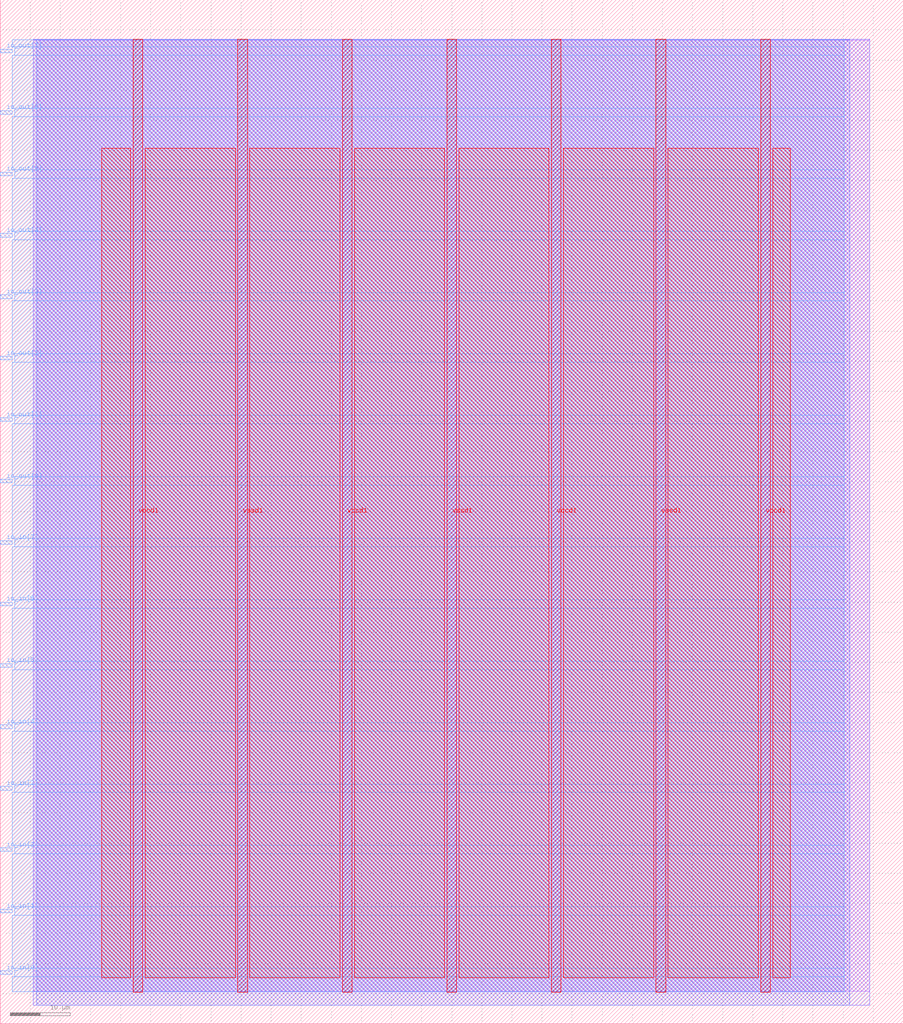
<source format=lef>
VERSION 5.7 ;
  NOWIREEXTENSIONATPIN ON ;
  DIVIDERCHAR "/" ;
  BUSBITCHARS "[]" ;
MACRO davidsiaw_stackcalc
  CLASS BLOCK ;
  FOREIGN davidsiaw_stackcalc ;
  ORIGIN 0.000 0.000 ;
  SIZE 150.000 BY 170.000 ;
  PIN io_in[0]
    DIRECTION INPUT ;
    USE SIGNAL ;
    PORT
      LAYER met3 ;
        RECT 0.000 8.200 2.000 8.800 ;
    END
  END io_in[0]
  PIN io_in[1]
    DIRECTION INPUT ;
    USE SIGNAL ;
    PORT
      LAYER met3 ;
        RECT 0.000 18.400 2.000 19.000 ;
    END
  END io_in[1]
  PIN io_in[2]
    DIRECTION INPUT ;
    USE SIGNAL ;
    PORT
      LAYER met3 ;
        RECT 0.000 28.600 2.000 29.200 ;
    END
  END io_in[2]
  PIN io_in[3]
    DIRECTION INPUT ;
    USE SIGNAL ;
    PORT
      LAYER met3 ;
        RECT 0.000 38.800 2.000 39.400 ;
    END
  END io_in[3]
  PIN io_in[4]
    DIRECTION INPUT ;
    USE SIGNAL ;
    PORT
      LAYER met3 ;
        RECT 0.000 49.000 2.000 49.600 ;
    END
  END io_in[4]
  PIN io_in[5]
    DIRECTION INPUT ;
    USE SIGNAL ;
    PORT
      LAYER met3 ;
        RECT 0.000 59.200 2.000 59.800 ;
    END
  END io_in[5]
  PIN io_in[6]
    DIRECTION INPUT ;
    USE SIGNAL ;
    PORT
      LAYER met3 ;
        RECT 0.000 69.400 2.000 70.000 ;
    END
  END io_in[6]
  PIN io_in[7]
    DIRECTION INPUT ;
    USE SIGNAL ;
    PORT
      LAYER met3 ;
        RECT 0.000 79.600 2.000 80.200 ;
    END
  END io_in[7]
  PIN io_out[0]
    DIRECTION OUTPUT TRISTATE ;
    USE SIGNAL ;
    PORT
      LAYER met3 ;
        RECT 0.000 89.800 2.000 90.400 ;
    END
  END io_out[0]
  PIN io_out[1]
    DIRECTION OUTPUT TRISTATE ;
    USE SIGNAL ;
    PORT
      LAYER met3 ;
        RECT 0.000 100.000 2.000 100.600 ;
    END
  END io_out[1]
  PIN io_out[2]
    DIRECTION OUTPUT TRISTATE ;
    USE SIGNAL ;
    PORT
      LAYER met3 ;
        RECT 0.000 110.200 2.000 110.800 ;
    END
  END io_out[2]
  PIN io_out[3]
    DIRECTION OUTPUT TRISTATE ;
    USE SIGNAL ;
    PORT
      LAYER met3 ;
        RECT 0.000 120.400 2.000 121.000 ;
    END
  END io_out[3]
  PIN io_out[4]
    DIRECTION OUTPUT TRISTATE ;
    USE SIGNAL ;
    PORT
      LAYER met3 ;
        RECT 0.000 130.600 2.000 131.200 ;
    END
  END io_out[4]
  PIN io_out[5]
    DIRECTION OUTPUT TRISTATE ;
    USE SIGNAL ;
    PORT
      LAYER met3 ;
        RECT 0.000 140.800 2.000 141.400 ;
    END
  END io_out[5]
  PIN io_out[6]
    DIRECTION OUTPUT TRISTATE ;
    USE SIGNAL ;
    PORT
      LAYER met3 ;
        RECT 0.000 151.000 2.000 151.600 ;
    END
  END io_out[6]
  PIN io_out[7]
    DIRECTION OUTPUT TRISTATE ;
    USE SIGNAL ;
    PORT
      LAYER met3 ;
        RECT 0.000 161.200 2.000 161.800 ;
    END
  END io_out[7]
  PIN vccd1
    DIRECTION INOUT ;
    USE POWER ;
    PORT
      LAYER met4 ;
        RECT 22.090 5.200 23.690 163.440 ;
    END
    PORT
      LAYER met4 ;
        RECT 56.830 5.200 58.430 163.440 ;
    END
    PORT
      LAYER met4 ;
        RECT 91.570 5.200 93.170 163.440 ;
    END
    PORT
      LAYER met4 ;
        RECT 126.310 5.200 127.910 163.440 ;
    END
  END vccd1
  PIN vssd1
    DIRECTION INOUT ;
    USE GROUND ;
    PORT
      LAYER met4 ;
        RECT 39.460 5.200 41.060 163.440 ;
    END
    PORT
      LAYER met4 ;
        RECT 74.200 5.200 75.800 163.440 ;
    END
    PORT
      LAYER met4 ;
        RECT 108.940 5.200 110.540 163.440 ;
    END
  END vssd1
  OBS
      LAYER li1 ;
        RECT 5.520 5.355 144.440 163.285 ;
      LAYER met1 ;
        RECT 5.520 3.100 144.440 163.440 ;
      LAYER met2 ;
        RECT 6.080 3.070 141.120 163.385 ;
      LAYER met3 ;
        RECT 2.000 162.200 140.235 163.365 ;
        RECT 2.400 160.800 140.235 162.200 ;
        RECT 2.000 152.000 140.235 160.800 ;
        RECT 2.400 150.600 140.235 152.000 ;
        RECT 2.000 141.800 140.235 150.600 ;
        RECT 2.400 140.400 140.235 141.800 ;
        RECT 2.000 131.600 140.235 140.400 ;
        RECT 2.400 130.200 140.235 131.600 ;
        RECT 2.000 121.400 140.235 130.200 ;
        RECT 2.400 120.000 140.235 121.400 ;
        RECT 2.000 111.200 140.235 120.000 ;
        RECT 2.400 109.800 140.235 111.200 ;
        RECT 2.000 101.000 140.235 109.800 ;
        RECT 2.400 99.600 140.235 101.000 ;
        RECT 2.000 90.800 140.235 99.600 ;
        RECT 2.400 89.400 140.235 90.800 ;
        RECT 2.000 80.600 140.235 89.400 ;
        RECT 2.400 79.200 140.235 80.600 ;
        RECT 2.000 70.400 140.235 79.200 ;
        RECT 2.400 69.000 140.235 70.400 ;
        RECT 2.000 60.200 140.235 69.000 ;
        RECT 2.400 58.800 140.235 60.200 ;
        RECT 2.000 50.000 140.235 58.800 ;
        RECT 2.400 48.600 140.235 50.000 ;
        RECT 2.000 39.800 140.235 48.600 ;
        RECT 2.400 38.400 140.235 39.800 ;
        RECT 2.000 29.600 140.235 38.400 ;
        RECT 2.400 28.200 140.235 29.600 ;
        RECT 2.000 19.400 140.235 28.200 ;
        RECT 2.400 18.000 140.235 19.400 ;
        RECT 2.000 9.200 140.235 18.000 ;
        RECT 2.400 7.800 140.235 9.200 ;
        RECT 2.000 5.275 140.235 7.800 ;
      LAYER met4 ;
        RECT 16.855 7.655 21.690 145.345 ;
        RECT 24.090 7.655 39.060 145.345 ;
        RECT 41.460 7.655 56.430 145.345 ;
        RECT 58.830 7.655 73.800 145.345 ;
        RECT 76.200 7.655 91.170 145.345 ;
        RECT 93.570 7.655 108.540 145.345 ;
        RECT 110.940 7.655 125.910 145.345 ;
        RECT 128.310 7.655 131.265 145.345 ;
  END
END davidsiaw_stackcalc
END LIBRARY


</source>
